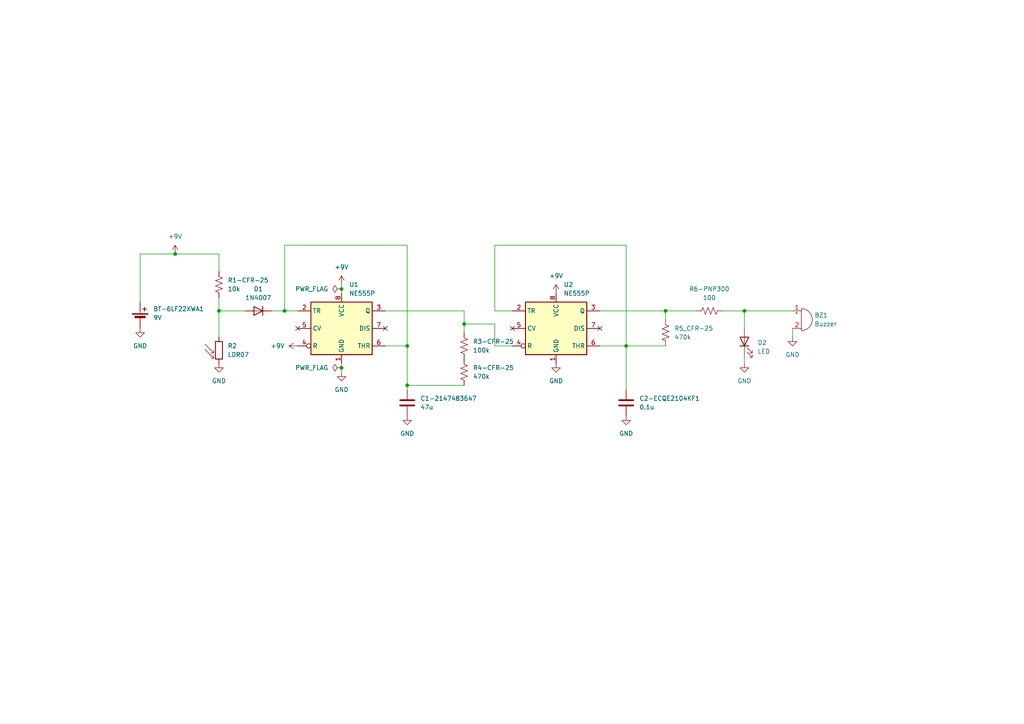
<source format=kicad_sch>
(kicad_sch (version 20230121) (generator eeschema)
  (paper "A4")
  (lib_symbols
    (symbol "Device:Battery_Cell" (pin_numbers hide) (pin_names (offset 0) hide)
      (property "Reference" "BT" (at 2.54 2.54 0))
      (property "Value" "Battery_Cell" (at 2.54 0 0))
      (symbol "Battery_Cell_0_1"
        (rectangle (start -2.286 1.778) (end 2.286 1.524) (fill (type outline)))
        (rectangle (start -1.524 1.016) (end 1.524 0.508) (fill (type outline)))
        (polyline (pts (xy 0 0.762) (xy 0 0)))
        (polyline (pts (xy 0 1.778) (xy 0 2.54)))
        (polyline (pts (xy 0.762 3.048) (xy 1.778 3.048)) (stroke (width 0.254)))
        (polyline (pts (xy 1.27 3.556) (xy 1.27 2.54)) (stroke (width 0.254)))
      )
      (symbol "Battery_Cell_1_1"
        (pin passive line (at 0 5.08 270) (length 2.54) (name "+") (number "1"))
        (pin passive line (at 0 -2.54 90) (length 2.54) (name "-") (number "2"))
      )
    )
    (symbol "Device:Buzzer" (pin_names (offset 0.0254) hide)
      (property "Reference" "BZ" (at 3.81 1.27 0))
      (property "Value" "Buzzer" (at 3.81 -1.27 0))
      (symbol "Buzzer_0_1"
        (arc (start 0 -3.175) (mid 3.1612 0) (end 0 3.175))
        (polyline (pts (xy -1.651 1.905) (xy -1.143 1.905)))
        (polyline (pts (xy -1.397 2.159) (xy -1.397 1.651)))
        (polyline (pts (xy 0 3.175) (xy 0 -3.175)))
      )
      (symbol "Buzzer_1_1"
        (pin passive line (at -2.54 2.54 0) (length 2.54) (name "+") (number "1"))
        (pin passive line (at -2.54 -2.54 0) (length 2.54) (name "-") (number "2"))
      )
    )
    (symbol "Device:C" (pin_numbers hide) (pin_names (offset 0.254))
      (property "Reference" "C" (at 0.635 2.54 0))
      (property "Value" "C" (at 0.635 -2.54 0))
      (symbol "C_0_1"
        (polyline (pts (xy -2.032 -0.762) (xy 2.032 -0.762)) (stroke (width 0.508)))
        (polyline (pts (xy -2.032 0.762) (xy 2.032 0.762)) (stroke (width 0.508)))
      )
      (symbol "C_1_1"
        (pin passive line (at 0 3.81 270) (length 2.794) (name "~") (number "1"))
        (pin passive line (at 0 -3.81 90) (length 2.794) (name "~") (number "2"))
      )
    )
    (symbol "Device:LED" (pin_numbers hide) (pin_names (offset 1.016) hide)
      (property "Reference" "D" (at 0 2.54 0))
      (property "Value" "LED" (at 0 -2.54 0))
      (symbol "LED_0_1"
        (polyline (pts (xy -1.27 -1.27) (xy -1.27 1.27)) (stroke (width 0.254)))
        (polyline (pts (xy -1.27 0) (xy 1.27 0)))
        (polyline (pts (xy 1.27 -1.27) (xy 1.27 1.27) (xy -1.27 0) (xy 1.27 -1.27)) (stroke (width 0.254)))
        (polyline (pts (xy -3.048 -0.762) (xy -4.572 -2.286) (xy -3.81 -2.286) (xy -4.572 -2.286) (xy -4.572 -1.524)))
        (polyline (pts (xy -1.778 -0.762) (xy -3.302 -2.286) (xy -2.54 -2.286) (xy -3.302 -2.286) (xy -3.302 -1.524)))
      )
      (symbol "LED_1_1"
        (pin passive line (at -3.81 0 0) (length 2.54) (name "K") (number "1"))
        (pin passive line (at 3.81 0 180) (length 2.54) (name "A") (number "2"))
      )
    )
    (symbol "Device:R_US" (pin_numbers hide) (pin_names (offset 0))
      (property "Reference" "R" (at 2.54 0 90))
      (property "Value" "R_US" (at -2.54 0 90))
      (symbol "R_US_0_1"
        (polyline (pts (xy 0 -2.286) (xy 0 -2.54)))
        (polyline (pts (xy 0 2.286) (xy 0 2.54)))
        (polyline (pts (xy 0 -0.762) (xy 1.016 -1.143) (xy 0 -1.524) (xy -1.016 -1.905) (xy 0 -2.286)))
        (polyline (pts (xy 0 0.762) (xy 1.016 0.381) (xy 0 0) (xy -1.016 -0.381) (xy 0 -0.762)))
        (polyline (pts (xy 0 2.286) (xy 1.016 1.905) (xy 0 1.524) (xy -1.016 1.143) (xy 0 0.762)))
      )
      (symbol "R_US_1_1"
        (pin passive line (at 0 3.81 270) (length 1.27) (name "~") (number "1"))
        (pin passive line (at 0 -3.81 90) (length 1.27) (name "~") (number "2"))
      )
    )
    (symbol "Diode:1N4007" (pin_numbers hide) (pin_names hide)
      (property "Reference" "D" (at 0 2.54 0))
      (property "Value" "1N4007" (at 0 -2.54 0))
      (symbol "1N4007_0_1"
        (polyline (pts (xy -1.27 1.27) (xy -1.27 -1.27)) (stroke (width 0.254)))
        (polyline (pts (xy 1.27 0) (xy -1.27 0)))
        (polyline (pts (xy 1.27 1.27) (xy 1.27 -1.27) (xy -1.27 0) (xy 1.27 1.27)) (stroke (width 0.254)))
      )
      (symbol "1N4007_1_1"
        (pin passive line (at -3.81 0 0) (length 2.54) (name "K") (number "1"))
        (pin passive line (at 3.81 0 180) (length 2.54) (name "A") (number "2"))
      )
    )
    (symbol "Sensor_Optical:LDR07" (pin_numbers hide) (pin_names (offset 0))
      (property "Reference" "R" (at -5.08 0 90))
      (property "Value" "LDR07" (at 1.905 0 90))
      (symbol "LDR07_0_1"
        (rectangle (start -1.016 2.54) (end 1.016 -2.54) (stroke (width 0.254)))
        (polyline (pts (xy -1.524 -2.286) (xy -4.064 0.254)))
        (polyline (pts (xy -1.524 -2.286) (xy -2.286 -2.286)))
        (polyline (pts (xy -1.524 -2.286) (xy -1.524 -1.524)))
        (polyline (pts (xy -1.524 -0.762) (xy -4.064 1.778)))
        (polyline (pts (xy -1.524 -0.762) (xy -2.286 -0.762)))
        (polyline (pts (xy -1.524 -0.762) (xy -1.524 0)))
      )
      (symbol "LDR07_1_1"
        (pin passive line (at 0 3.81 270) (length 1.27) (name "~") (number "1"))
        (pin passive line (at 0 -3.81 90) (length 1.27) (name "~") (number "2"))
      )
    )
    (symbol "Timer:NE555P"
      (property "Reference" "U" (at -10.16 8.89 0))
      (property "Value" "NE555P" (at 2.54 8.89 0))
      (symbol "NE555P_0_0"
        (pin power_in line (at 0 -10.16 90) (length 2.54) (name "GND") (number "1"))
        (pin power_in line (at 0 10.16 270) (length 2.54) (name "VCC") (number "8"))
      )
      (symbol "NE555P_0_1"
        (rectangle (start -8.89 -7.62) (end 8.89 7.62) (stroke (width 0.254)) (fill (type background)))
        (rectangle (start -8.89 -7.62) (end 8.89 7.62) (stroke (width 0.254)) (fill (type background)))
      )
      (symbol "NE555P_1_1"
        (pin input line (at -12.7 5.08 0) (length 3.81) (name "TR") (number "2"))
        (pin output line (at 12.7 5.08 180) (length 3.81) (name "Q") (number "3"))
        (pin input inverted (at -12.7 -5.08 0) (length 3.81) (name "R") (number "4"))
        (pin input line (at -12.7 0 0) (length 3.81) (name "CV") (number "5"))
        (pin input line (at 12.7 -5.08 180) (length 3.81) (name "THR") (number "6"))
        (pin input line (at 12.7 0 180) (length 3.81) (name "DIS") (number "7"))
      )
    )
    (symbol "power:+9V" (power) (pin_names (offset 0))
      (property "Value" "+9V" (at 0 3.556 0))
      (symbol "+9V_0_1"
        (polyline (pts (xy -0.762 1.27) (xy 0 2.54)))
        (polyline (pts (xy 0 0) (xy 0 2.54)))
        (polyline (pts (xy 0 2.54) (xy 0.762 1.27)))
      )
      (symbol "+9V_1_1"
        (pin power_in line (at 0 0 90) (length 0) hide (name "+9V") (number "1"))
      )
    )
    (symbol "power:GND" (power) (pin_names (offset 0))
      (property "Value" "GND" (at 0 -3.81 0))
      (symbol "GND_0_1"
        (polyline (pts (xy 0 0) (xy 0 -1.27) (xy 1.27 -1.27) (xy 0 -2.54) (xy -1.27 -1.27) (xy 0 -1.27)))
      )
      (symbol "GND_1_1"
        (pin power_in line (at 0 0 270) (length 0) hide (name "GND") (number "1"))
      )
    )
    (symbol "power:PWR_FLAG" (power) (pin_numbers hide) (pin_names (offset 0) hide)
      (property "Value" "PWR_FLAG" (at 0 3.81 0))
      (symbol "PWR_FLAG_0_0"
        (pin power_out line (at 0 0 90) (length 0) (name "pwr") (number "1"))
      )
      (symbol "PWR_FLAG_0_1"
        (polyline (pts (xy 0 0) (xy 0 1.27) (xy -1.016 1.905) (xy 0 2.54) (xy 1.016 1.905) (xy 0 1.27)))
      )
    )
  )
  (junction (at 118.11 100.33))
  (junction (at 193.04 90.17))
  (junction (at 50.8 73.66))
  (junction (at 181.61 100.33))
  (junction (at 118.11 111.76))
  (junction (at 99.06 106.68))
  (junction (at 99.06 83.82))
  (junction (at 215.9 90.17))
  (junction (at 134.62 93.98))
  (junction (at 82.55 90.17))
  (junction (at 63.5 90.17))
  (no_connect (at 111.76 95.25))
  (no_connect (at 148.59 95.25))
  (no_connect (at 173.99 95.25))
  (no_connect (at 86.36 95.25))
  (wire (pts (xy 143.51 90.17) (xy 148.59 90.17)))
  (wire (pts (xy 63.5 78.74) (xy 63.5 73.66)))
  (wire (pts (xy 63.5 90.17) (xy 63.5 97.79)))
  (wire (pts (xy 173.99 100.33) (xy 181.61 100.33)))
  (wire (pts (xy 82.55 71.12) (xy 118.11 71.12)))
  (wire (pts (xy 181.61 100.33) (xy 193.04 100.33)))
  (wire (pts (xy 143.51 71.12) (xy 143.51 90.17)))
  (wire (pts (xy 173.99 90.17) (xy 193.04 90.17)))
  (wire (pts (xy 99.06 106.68) (xy 99.06 105.41)))
  (wire (pts (xy 71.12 90.17) (xy 63.5 90.17)))
  (wire (pts (xy 215.9 90.17) (xy 229.87 90.17)))
  (wire (pts (xy 99.06 107.95) (xy 99.06 106.68)))
  (wire (pts (xy 99.06 83.82) (xy 99.06 85.09)))
  (wire (pts (xy 99.06 82.55) (xy 99.06 83.82)))
  (wire (pts (xy 209.55 90.17) (xy 215.9 90.17)))
  (wire (pts (xy 40.64 73.66) (xy 50.8 73.66)))
  (wire (pts (xy 63.5 73.66) (xy 50.8 73.66)))
  (wire (pts (xy 118.11 111.76) (xy 134.62 111.76)))
  (wire (pts (xy 134.62 93.98) (xy 134.62 90.17)))
  (wire (pts (xy 111.76 100.33) (xy 118.11 100.33)))
  (wire (pts (xy 229.87 97.79) (xy 229.87 95.25)))
  (wire (pts (xy 118.11 71.12) (xy 118.11 100.33)))
  (wire (pts (xy 82.55 90.17) (xy 86.36 90.17)))
  (wire (pts (xy 63.5 86.36) (xy 63.5 90.17)))
  (wire (pts (xy 118.11 111.76) (xy 118.11 113.03)))
  (wire (pts (xy 111.76 90.17) (xy 134.62 90.17)))
  (wire (pts (xy 193.04 90.17) (xy 201.93 90.17)))
  (wire (pts (xy 193.04 90.17) (xy 193.04 92.71)))
  (wire (pts (xy 143.51 93.98) (xy 143.51 100.33)))
  (wire (pts (xy 82.55 71.12) (xy 82.55 90.17)))
  (wire (pts (xy 143.51 71.12) (xy 181.61 71.12)))
  (wire (pts (xy 134.62 93.98) (xy 143.51 93.98)))
  (wire (pts (xy 40.64 73.66) (xy 40.64 87.63)))
  (wire (pts (xy 134.62 93.98) (xy 134.62 96.52)))
  (wire (pts (xy 143.51 100.33) (xy 148.59 100.33)))
  (wire (pts (xy 78.74 90.17) (xy 82.55 90.17)))
  (wire (pts (xy 215.9 90.17) (xy 215.9 95.25)))
  (wire (pts (xy 118.11 100.33) (xy 118.11 111.76)))
  (wire (pts (xy 215.9 105.41) (xy 215.9 102.87)))
  (wire (pts (xy 181.61 71.12) (xy 181.61 100.33)))
  (wire (pts (xy 181.61 100.33) (xy 181.61 113.03)))
  (symbol (lib_id "Device:Buzzer") (at 232.41 92.71 0) (unit 1)
    (property "Reference" "BZ1" (at 236.22 91.44 0) (effects (justify left)))
    (property "Value" "Buzzer" (at 236.22 93.98 0) (effects (justify left)))
    (property "Footprint" "Capacitor_THT:C_Radial_D12.5mm_H20.0mm_P5.00mm" (effects hide))
  )
  (symbol (lib_id "Diode:1N4007") (at 74.93 90.17 180) (unit 1)
    (property "Reference" "D1" (at 74.93 83.82 0))
    (property "Value" "1N4007" (at 74.93 86.36 0))
    (property "Footprint" "Diode_THT:D_DO-41_SOD81_P10.16mm_Horizontal" (effects hide))
    (property "Datasheet" "http://www.vishay.com/docs/88503/1n4001.pdf" (effects hide))
    (property "Sim.Device" "D" (effects hide))
    (property "Sim.Pins" "1=K 2=A" (effects hide))
  )
  (symbol (lib_id "power:GND") (at 118.11 120.65 0) (unit 1)
    (property "Reference" "#PWR06" (effects hide))
    (property "Value" "GND" (at 118.11 125.73 0))
  )
  (symbol (lib_id "Device:C") (at 118.11 116.84 0) (unit 1)
    (property "Reference" "C1-2147483647" (at 121.92 115.57 0) (effects (justify left)))
    (property "Value" "47u" (at 121.92 118.11 0) (effects (justify left)))
    (property "Footprint" "Capacitor_THT:CP_Radial_D5.0mm_P2.00mm" (effects hide))
    (property "Datasheet" "https://www.we-online.com/components/products/datasheet/860020472006.pdf" (effects hide))
  )
  (symbol (lib_id "Timer:NE555P") (at 99.06 95.25 0) (unit 1)
    (property "Reference" "U1" (at 101.2541 82.55 0) (effects (justify left)))
    (property "Value" "NE555P" (at 101.2541 85.09 0) (effects (justify left)))
    (property "Footprint" "Package_DIP:DIP-8_W7.62mm" (effects hide))
    (property "Datasheet" "http://www.ti.com/lit/ds/symlink/ne555.pdf" (effects hide))
  )
  (symbol (lib_id "power:GND") (at 40.64 95.25 0) (unit 1)
    (property "Reference" "#PWR02" (effects hide))
    (property "Value" "GND" (at 40.64 100.33 0))
  )
  (symbol (lib_id "Device:R_US") (at 134.62 107.95 0) (unit 1)
    (property "Reference" "R4-CFR-25" (at 137.16 106.68 0) (effects (justify left)))
    (property "Value" "470k" (at 137.16 109.22 0) (effects (justify left)))
    (property "Footprint" "Resistor_THT:R_Axial_DIN0207_L6.3mm_D2.5mm_P10.16mm_Horizontal" (effects hide))
    (property "Datasheet" "https://www.yageo.com/upload/media/product/app/datasheet/lr/yageo-cfr_datasheet.pdf" (effects hide))
  )
  (symbol (lib_id "Device:LED") (at 215.9 99.06 90) (unit 1)
    (property "Reference" "D2" (at 219.71 99.3775 90) (effects (justify right)))
    (property "Value" "LED" (at 219.71 101.9175 90) (effects (justify right)))
    (property "Footprint" "LED_THT:LED_D4.0mm" (effects hide))
    (property "Datasheet" "https://www.we-online.com/components/products/datasheet/151033RS03000.pdf" (effects hide))
  )
  (symbol (lib_id "power:PWR_FLAG") (at 99.06 106.68 90) (unit 1)
    (property "Reference" "#FLG02" (effects hide))
    (property "Value" "PWR_FLAG" (at 95.25 106.68 90) (effects (justify left)))
  )
  (symbol (lib_id "Device:R_US") (at 134.62 100.33 0) (unit 1)
    (property "Reference" "R3-CFR-25" (at 137.16 99.06 0) (effects (justify left)))
    (property "Value" "100k" (at 137.16 101.6 0) (effects (justify left)))
    (property "Footprint" "Resistor_THT:R_Axial_DIN0207_L6.3mm_D2.5mm_P10.16mm_Horizontal" (effects hide))
    (property "Datasheet" "https://www.yageo.com/upload/media/product/app/datasheet/lr/yageo-cfr_datasheet.pdf" (effects hide))
  )
  (symbol (lib_id "power:+9V") (at 50.8 73.66 0) (unit 1)
    (property "Reference" "#PWR01" (effects hide))
    (property "Value" "+9V" (at 50.8 68.58 0))
  )
  (symbol (lib_id "power:PWR_FLAG") (at 99.06 83.82 90) (unit 1)
    (property "Reference" "#FLG01" (effects hide))
    (property "Value" "PWR_FLAG" (at 95.25 83.82 90) (effects (justify left)))
  )
  (symbol (lib_id "Device:R_US") (at 193.04 96.52 0) (unit 1)
    (property "Reference" "R5_CFR-25" (at 195.58 95.25 0) (effects (justify left)))
    (property "Value" "470k" (at 195.58 97.79 0) (effects (justify left)))
    (property "Footprint" "Resistor_THT:R_Axial_DIN0207_L6.3mm_D2.5mm_P10.16mm_Horizontal" (effects hide))
    (property "Datasheet" "https://www.yageo.com/upload/media/product/app/datasheet/lr/yageo-cfr_datasheet.pdf" (effects hide))
  )
  (symbol (lib_id "Timer:NE555P") (at 161.29 95.25 0) (unit 1)
    (property "Reference" "U2" (at 163.4841 82.55 0) (effects (justify left)))
    (property "Value" "NE555P" (at 163.4841 85.09 0) (effects (justify left)))
    (property "Footprint" "Package_DIP:DIP-8_W7.62mm" (effects hide))
    (property "Datasheet" "http://www.ti.com/lit/ds/symlink/ne555.pdf" (effects hide))
  )
  (symbol (lib_id "power:GND") (at 215.9 105.41 0) (unit 1)
    (property "Reference" "#PWR010" (effects hide))
    (property "Value" "GND" (at 215.9 110.49 0))
  )
  (symbol (lib_id "power:GND") (at 161.29 105.41 0) (unit 1)
    (property "Reference" "#PWR07" (effects hide))
    (property "Value" "GND" (at 161.29 110.49 0))
  )
  (symbol (lib_id "power:+9V") (at 86.36 100.33 90) (unit 1)
    (property "Reference" "#PWR03" (effects hide))
    (property "Value" "+9V" (at 82.55 100.33 90) (effects (justify left)))
  )
  (symbol (lib_id "power:GND") (at 99.06 107.95 0) (unit 1)
    (property "Reference" "#PWR05" (effects hide))
    (property "Value" "GND" (at 99.06 113.03 0))
  )
  (symbol (lib_id "Device:Battery_Cell") (at 40.64 92.71 0) (unit 1)
    (property "Reference" "BT-6LF22XWA1" (at 44.45 89.5985 0) (effects (justify left)))
    (property "Value" "9V" (at 44.45 92.1385 0) (effects (justify left)))
    (property "Footprint" "LibraryMic:Pins_Battery" (effects hide))
    (property "Datasheet" "https://mm.digikey.com/Volume0/opasdata/d220001/medias/docus/2230/6LF22XWA.pdf" (effects hide))
  )
  (symbol (lib_id "power:GND") (at 229.87 97.79 0) (unit 1)
    (property "Reference" "#PWR011" (effects hide))
    (property "Value" "GND" (at 229.87 102.87 0))
  )
  (symbol (lib_id "Device:C") (at 181.61 116.84 0) (unit 1)
    (property "Reference" "C2-ECQE2104KF1" (at 185.42 115.57 0) (effects (justify left)))
    (property "Value" "0.1u" (at 185.42 118.11 0) (effects (justify left)))
    (property "Footprint" "Capacitor_THT:C_Disc_D10.5mm_W5.0mm_P7.50mm" (effects hide))
    (property "Datasheet" "https://industrial.panasonic.com/cdbs/www-data/pdf/RDI0000/ABD0000C179.pdf" (effects hide))
  )
  (symbol (lib_id "Sensor_Optical:LDR07") (at 63.5 101.6 0) (unit 1)
    (property "Reference" "R2" (at 66.04 100.33 0) (effects (justify left)))
    (property "Value" "LDR07" (at 66.04 102.87 0) (effects (justify left)))
    (property "Footprint" "OptoDevice:R_LDR_5.1x4.3mm_P3.4mm_Vertical" (effects hide))
    (property "Datasheet" "http://www.tme.eu/de/Document/f2e3ad76a925811312d226c31da4cd7e/LDR07.pdf" (effects hide))
  )
  (symbol (lib_id "power:+9V") (at 99.06 82.55 0) (unit 1)
    (property "Reference" "#PWR04" (effects hide))
    (property "Value" "+9V" (at 99.06 77.47 0))
  )
  (symbol (lib_id "power:+9V") (at 161.29 85.09 0) (unit 1)
    (property "Reference" "#PWR08" (effects hide))
    (property "Value" "+9V" (at 161.29 80.01 0))
  )
  (symbol (lib_id "Device:R_US") (at 205.74 90.17 90) (unit 1)
    (property "Reference" "R6-PNP300" (at 205.74 83.82 90))
    (property "Value" "100" (at 205.74 86.36 90))
    (property "Footprint" "Resistor_THT:R_Axial_DIN0414_L11.9mm_D4.5mm_P20.32mm_Horizontal" (effects hide))
    (property "Datasheet" "https://www.yageo.com/upload/media/product/app/datasheet/lr/yageo-pnp_datasheet.pdf" (effects hide))
  )
  (symbol (lib_id "power:GND") (at 63.5 105.41 0) (unit 1)
    (property "Reference" "#PWR012" (effects hide))
    (property "Value" "GND" (at 63.5 110.49 0))
  )
  (symbol (lib_id "Device:R_US") (at 63.5 82.55 0) (unit 1)
    (property "Reference" "R1-CFR-25" (at 66.04 81.28 0) (effects (justify left)))
    (property "Value" "10k" (at 66.04 83.82 0) (effects (justify left)))
    (property "Footprint" "Resistor_THT:R_Axial_DIN0207_L6.3mm_D2.5mm_P10.16mm_Horizontal" (effects hide))
    (property "Datasheet" "https://www.yageo.com/upload/media/product/app/datasheet/lr/yageo-cfr_datasheet.pdf" (effects hide))
  )
  (symbol (lib_id "power:GND") (at 181.61 120.65 0) (unit 1)
    (property "Reference" "#PWR09" (effects hide))
    (property "Value" "GND" (at 181.61 125.73 0))
  )
)
</source>
